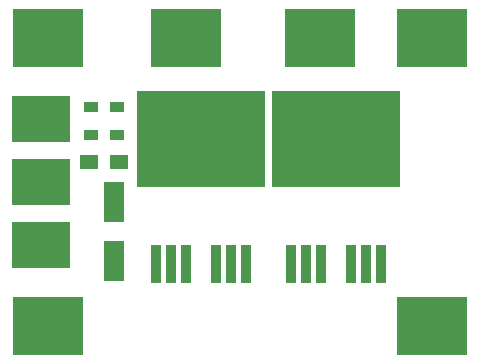
<source format=gts>
%FSLAX46Y46*%
G04 Gerber Fmt 4.6, Leading zero omitted, Abs format (unit mm)*
G04 Created by KiCad (PCBNEW (2014-08-31 BZR 5107)-product) date tor 20 aug 2015 12:53:14*
%MOMM*%
G01*
G04 APERTURE LIST*
%ADD10C,0.100000*%
%ADD11R,1.800860X3.500120*%
%ADD12R,6.000000X5.000000*%
%ADD13R,10.800080X8.150860*%
%ADD14R,0.899160X3.200400*%
%ADD15R,5.000000X4.000000*%
%ADD16R,1.200000X0.900000*%
%ADD17R,1.500000X1.250000*%
G04 APERTURE END LIST*
D10*
D11*
X121412000Y-88559640D03*
X121412000Y-93558360D03*
D12*
X115824000Y-74676000D03*
X115824000Y-99060000D03*
X148336000Y-74676000D03*
X148336000Y-99060000D03*
D13*
X128778000Y-83253580D03*
D14*
X124968000Y-93855540D03*
X126238000Y-93855540D03*
X127508000Y-93855540D03*
X130048000Y-93855540D03*
X131318000Y-93855540D03*
X132588000Y-93855540D03*
D13*
X140208000Y-83253580D03*
D14*
X136398000Y-93855540D03*
X137668000Y-93855540D03*
X138938000Y-93855540D03*
X141478000Y-93855540D03*
X142748000Y-93855540D03*
X144018000Y-93855540D03*
D15*
X115189000Y-86868000D03*
X115189000Y-92202000D03*
X115189000Y-81534000D03*
D16*
X121623000Y-80518000D03*
X119423000Y-80518000D03*
X121623000Y-82931000D03*
X119423000Y-82931000D03*
D12*
X127508000Y-74676000D03*
X138811000Y-74676000D03*
D17*
X119273000Y-85217000D03*
X121773000Y-85217000D03*
M02*

</source>
